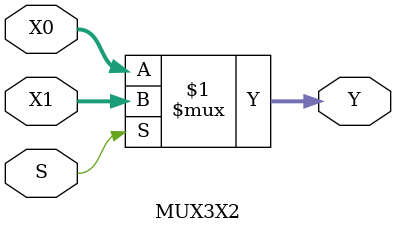
<source format=v>
`timescale 1ns / 1ps

module MUX3X2 (
    input [2:0] X1, X0,
    input S,
    output wire [2:0] Y
);
    assign Y = S ? X1 : X0;
endmodule
</source>
